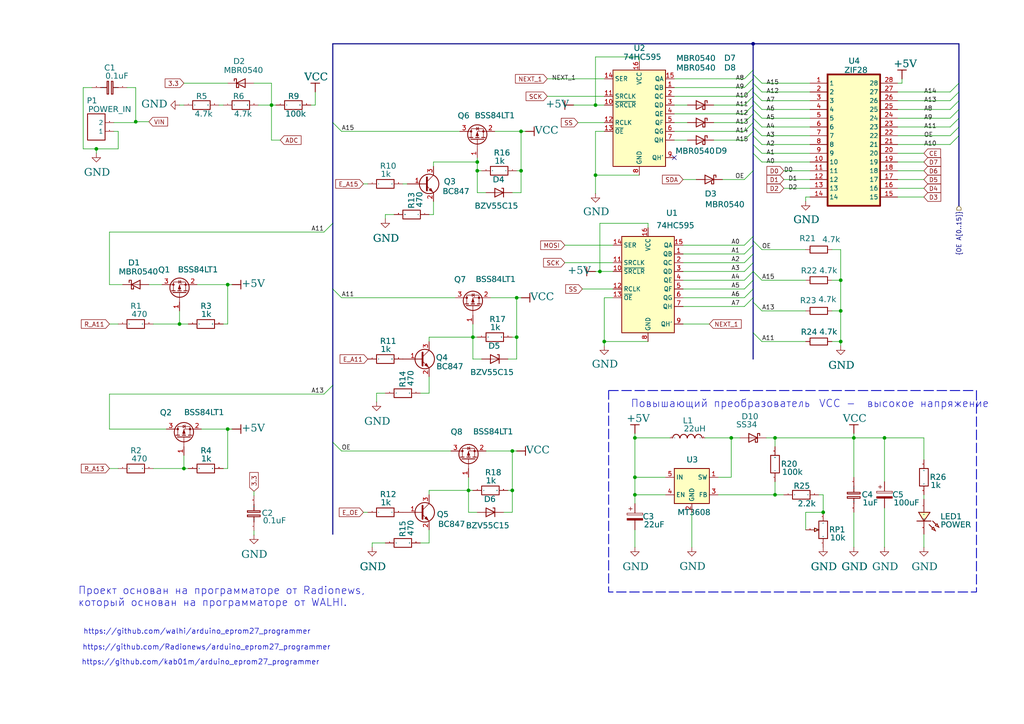
<source format=kicad_sch>
(kicad_sch (version 20231120) (generator "eeschema") (generator_version "8.0")
  (paper "A4")
  (title_block (title "EPROM27 Arduino programmer") (date "2024-03-21") (rev "3.0") (company "kab01m@github"))
  (lib_symbols
    (symbol "+5V" (power) (pin_numbers hide) (pin_names hide)
      (property "Value" "+5V" (at 0 3.81 0))
      (symbol "+5V_0_0"
        (pin power_in line (at 0 0 270) (length 0) (name "+5V") (number "1"))
      )
    )
    (symbol "74xx:74HC595"
      (property "Reference" "U" (at -7.62 13.97 0))
      (property "Value" "74HC595" (at -7.62 -16.51 0))
      (symbol "74HC595_1_0"
        (pin tri_state line (at 10.16 7.62 180) (length 2.54) (name "QB") (number "1"))
        (pin input line (at -10.16 2.54 0) (length 2.54) (name "~{SRCLR}") (number "10"))
        (pin input line (at -10.16 5.08 0) (length 2.54) (name "SRCLK") (number "11"))
        (pin input line (at -10.16 -2.54 0) (length 2.54) (name "RCLK") (number "12"))
        (pin input line (at -10.16 -5.08 0) (length 2.54) (name "~{OE}") (number "13"))
        (pin input line (at -10.16 10.16 0) (length 2.54) (name "SER") (number "14"))
        (pin tri_state line (at 10.16 10.16 180) (length 2.54) (name "QA") (number "15"))
        (pin power_in line (at 0 15.24 270) (length 2.54) (name "VCC") (number "16"))
        (pin tri_state line (at 10.16 5.08 180) (length 2.54) (name "QC") (number "2"))
        (pin tri_state line (at 10.16 2.54 180) (length 2.54) (name "QD") (number "3"))
        (pin tri_state line (at 10.16 0 180) (length 2.54) (name "QE") (number "4"))
        (pin tri_state line (at 10.16 -2.54 180) (length 2.54) (name "QF") (number "5"))
        (pin tri_state line (at 10.16 -5.08 180) (length 2.54) (name "QG") (number "6"))
        (pin tri_state line (at 10.16 -7.62 180) (length 2.54) (name "QH") (number "7"))
        (pin power_in line (at 0 -17.78 90) (length 2.54) (name "GND") (number "8"))
        (pin output line (at 10.16 -12.7 180) (length 2.54) (name "QH'") (number "9"))
      )
    )
    (symbol "CONN-TH_2P-P5.00"
      (property "Reference" "P1" (at -2.7178 8.4709 0))
      (property "Value" "POWER_IN" (at -2.4892 6.0071 0))
      (symbol "CONN-TH_2P-P5.00_0_0"
        (pin unspecified line (at 5.08 -1.27 180) (length 2.54) (name "1") (number "1"))
        (pin unspecified line (at 5.08 1.27 180) (length 2.54) (name "2") (number "2"))
      )
    )
    (symbol "C_0805_EU"
      (property "Reference" "C1" (at -1.4986 6.5659 0))
      (property "Value" "0.1u" (at -1.4986 4.2545 0))
      (symbol "C_0805_EU_0_0"
        (pin unspecified line (at 5.08 0 180) (length 2.54) (name "1") (number "1"))
        (pin unspecified line (at -5.08 0 0) (length 2.54) (name "2") (number "2"))
      )
    )
    (symbol "C_0805_EU_1"
      (property "Reference" "C2" (at 2.3114 0.8509 0))
      (property "Value" "0.1u" (at 2.3114 -1.2573 0))
      (symbol "C_0805_EU_1_0_0"
        (pin unspecified line (at 0 -5.08 90) (length 2.54) (name "1") (number "1"))
        (pin unspecified line (at 0 5.08 270) (length 2.54) (name "2") (number "2"))
      )
    )
    (symbol "C_RAD-0.1_EU"
      (property "Reference" "C4" (at 2.3368 0.8763 0))
      (property "Value" "1u" (at 2.3368 -1.4097 0))
      (symbol "C_RAD-0.1_EU_0_0"
        (pin unspecified line (at 0 -5.08 90) (length 2.54) (name "1") (number "1"))
        (pin unspecified line (at 0 5.08 270) (length 2.54) (name "2") (number "2"))
      )
    )
    (symbol "Device:C_Polarized" (pin_numbers hide) (pin_names (offset 0.254))
      (property "Reference" "C" (at 0.635 2.54 0))
      (property "Value" "C_Polarized" (at 0.635 -2.54 0))
      (symbol "C_Polarized_1_1"
        (pin passive line (at 0 3.81 270) (length 2.794) (name "~") (number "1"))
        (pin passive line (at 0 -3.81 90) (length 2.794) (name "~") (number "2"))
      )
    )
    (symbol "Device:R" (pin_numbers hide) (pin_names (offset 0))
      (property "Reference" "R" (at 2.032 0 90))
      (property "Value" "R" (at 0 0 90))
      (symbol "R_1_1"
        (pin passive line (at 0 3.81 270) (length 1.27) (name "~") (number "1"))
        (pin passive line (at 0 -3.81 90) (length 1.27) (name "~") (number "2"))
      )
    )
    (symbol "Diode:BZV55C15" (pin_numbers hide) (pin_names hide)
      (property "Reference" "D" (at 0 2.54 0))
      (property "Value" "BZV55C15" (at 0 -2.54 0))
      (symbol "BZV55C15_1_1"
        (pin passive line (at -3.81 0 0) (length 2.54) (name "K") (number "1"))
        (pin passive line (at 3.81 0 180) (length 2.54) (name "A") (number "2"))
      )
    )
    (symbol "Diode:MBR0540" (pin_numbers hide) (pin_names (offset 1.016) hide)
      (property "Reference" "D" (at 0 2.54 0))
      (property "Value" "MBR0540" (at 0 -2.54 0))
      (symbol "MBR0540_1_1"
        (pin passive line (at -3.81 0 0) (length 2.54) (name "K") (number "1"))
        (pin passive line (at 3.81 0 180) (length 2.54) (name "A") (number "2"))
      )
    )
    (symbol "Diode:SS34" (pin_numbers hide) (pin_names (offset 1.016) hide)
      (property "Reference" "D" (at 0 2.54 0))
      (property "Value" "SS34" (at 0 -2.54 0))
      (symbol "SS34_1_1"
        (pin passive line (at -3.81 0 0) (length 2.54) (name "K") (number "1"))
        (pin passive line (at 3.81 0 180) (length 2.54) (name "A") (number "2"))
      )
    )
    (symbol "L0603_US"
      (property "Reference" "L1" (at -1.2954 5.8293 0))
      (property "Value" "22u" (at -1.2954 3.5433 0))
      (symbol "L0603_US_0_0"
        (pin unspecified line (at -5.08 0 0) (length 0.762) (name "1") (number "1"))
        (pin unspecified line (at 5.08 0 180) (length 0.762) (name "2") (number "2"))
      )
    )
    (symbol "LED-0805_B"
      (property "Reference" "LED1" (at 4.826 0.8763 0))
      (property "Value" "POWER" (at 4.826 -1.4351 0))
      (symbol "LED-0805_B_0_0"
        (pin unspecified line (at 0 5.08 270) (length 3.81) (name "1") (number "1"))
        (pin unspecified line (at 0 -5.08 90) (length 3.81) (name "2") (number "2"))
      )
    )
    (symbol "R_0805_EU"
      (property "Reference" "R6" (at -2.2098 3.3909 0))
      (property "Value" "4.7k" (at -2.2098 -1.6637 0))
      (symbol "R_0805_EU_0_0"
        (pin unspecified line (at -5.08 0 0) (length 2.54) (name "1") (number "1"))
        (pin unspecified line (at 5.08 0 180) (length 2.54) (name "2") (number "2"))
      )
    )
    (symbol "R_0805_EU_1"
      (property "Reference" "R12" (at -1.4986 6.0325 0))
      (property "Value" "1k" (at -1.4986 3.7211 0))
      (symbol "R_0805_EU_1_0_0"
        (pin unspecified line (at -5.08 0 0) (length 2.54) (name "1") (number "1"))
        (pin unspecified line (at 5.08 0 180) (length 2.54) (name "2") (number "2"))
      )
    )
    (symbol "R_0805_EU_10"
      (property "Reference" "R3" (at -1.4986 6.0325 0))
      (property "Value" "1k" (at -1.4986 3.7211 0))
      (symbol "R_0805_EU_10_0_0"
        (pin unspecified line (at -5.08 0 0) (length 2.54) (name "1") (number "1"))
        (pin unspecified line (at 5.08 0 180) (length 2.54) (name "2") (number "2"))
      )
    )
    (symbol "R_0805_EU_11"
      (property "Reference" "R2" (at -1.4986 6.0325 0))
      (property "Value" "470" (at -1.4986 3.7211 0))
      (symbol "R_0805_EU_11_0_0"
        (pin unspecified line (at -5.08 0 0) (length 2.54) (name "1") (number "1"))
        (pin unspecified line (at 5.08 0 180) (length 2.54) (name "2") (number "2"))
      )
    )
    (symbol "R_0805_EU_12"
      (property "Reference" "R4" (at -1.4986 6.0325 0))
      (property "Value" "1k" (at -1.4986 3.7211 0))
      (symbol "R_0805_EU_12_0_0"
        (pin unspecified line (at -5.08 0 0) (length 2.54) (name "1") (number "1"))
        (pin unspecified line (at 5.08 0 180) (length 2.54) (name "2") (number "2"))
      )
    )
    (symbol "R_0805_EU_13"
      (property "Reference" "R18" (at -1.4986 6.0325 0))
      (property "Value" "1k" (at -1.4986 3.7211 0))
      (symbol "R_0805_EU_13_0_0"
        (pin unspecified line (at -5.08 0 0) (length 2.54) (name "1") (number "1"))
        (pin unspecified line (at 5.08 0 180) (length 2.54) (name "2") (number "2"))
      )
    )
    (symbol "R_0805_EU_14"
      (property "Reference" "R15" (at 1.778 0.8763 0))
      (property "Value" "470" (at 1.778 -1.4097 0))
      (symbol "R_0805_EU_14_0_0"
        (pin unspecified line (at 0 -5.08 90) (length 2.54) (name "1") (number "1"))
        (pin unspecified line (at 0 5.08 270) (length 2.54) (name "2") (number "2"))
      )
    )
    (symbol "R_0805_EU_15"
      (property "Reference" "R14" (at 1.778 0.8763 0))
      (property "Value" "470" (at 1.778 -1.4097 0))
      (symbol "R_0805_EU_15_0_0"
        (pin unspecified line (at 0 -5.08 90) (length 2.54) (name "1") (number "1"))
        (pin unspecified line (at 0 5.08 270) (length 2.54) (name "2") (number "2"))
      )
    )
    (symbol "R_0805_EU_16"
      (property "Reference" "R17" (at -1.4986 6.0325 0))
      (property "Value" "1k" (at -1.4986 3.7211 0))
      (symbol "R_0805_EU_16_0_0"
        (pin unspecified line (at -5.08 0 0) (length 2.54) (name "1") (number "1"))
        (pin unspecified line (at 5.08 0 180) (length 2.54) (name "2") (number "2"))
      )
    )
    (symbol "R_0805_EU_17"
      (property "Reference" "R13" (at 1.778 0.8763 0))
      (property "Value" "470" (at 1.778 -1.4097 0))
      (symbol "R_0805_EU_17_0_0"
        (pin unspecified line (at 0 -5.08 90) (length 2.54) (name "1") (number "1"))
        (pin unspecified line (at 0 5.08 270) (length 2.54) (name "2") (number "2"))
      )
    )
    (symbol "R_0805_EU_18"
      (property "Reference" "R16" (at -1.4986 6.0325 0))
      (property "Value" "1k" (at -1.4986 3.7211 0))
      (symbol "R_0805_EU_18_0_0"
        (pin unspecified line (at -5.08 0 0) (length 2.54) (name "1") (number "1"))
        (pin unspecified line (at 5.08 0 180) (length 2.54) (name "2") (number "2"))
      )
    )
    (symbol "R_0805_EU_19"
      (property "Reference" "R9" (at -1.4986 3.3909 0))
      (property "Value" "100k" (at -2.5908 -1.6637 0))
      (symbol "R_0805_EU_19_0_0"
        (pin unspecified line (at -5.08 0 0) (length 2.54) (name "1") (number "1"))
        (pin unspecified line (at 5.08 0 180) (length 2.54) (name "2") (number "2"))
      )
    )
    (symbol "R_0805_EU_2"
      (property "Reference" "R11" (at -1.4986 6.0325 0))
      (property "Value" "1k" (at -1.4986 3.7211 0))
      (symbol "R_0805_EU_2_0_0"
        (pin unspecified line (at -5.08 0 0) (length 2.54) (name "1") (number "1"))
        (pin unspecified line (at 5.08 0 180) (length 2.54) (name "2") (number "2"))
      )
    )
    (symbol "R_0805_EU_20"
      (property "Reference" "R5" (at -1.4986 3.3909 0))
      (property "Value" "4.7k" (at -2.2098 -1.6637 0))
      (symbol "R_0805_EU_20_0_0"
        (pin unspecified line (at -5.08 0 0) (length 2.54) (name "1") (number "1"))
        (pin unspecified line (at 5.08 0 180) (length 2.54) (name "2") (number "2"))
      )
    )
    (symbol "R_0805_EU_3"
      (property "Reference" "R10" (at -1.4986 6.0325 0))
      (property "Value" "1k" (at -1.4986 3.7211 0))
      (symbol "R_0805_EU_3_0_0"
        (pin unspecified line (at -5.08 0 0) (length 2.54) (name "1") (number "1"))
        (pin unspecified line (at 5.08 0 180) (length 2.54) (name "2") (number "2"))
      )
    )
    (symbol "R_0805_EU_4"
      (property "Reference" "R26" (at 1.778 0.8763 0))
      (property "Value" "1k" (at 1.778 -1.4351 0))
      (symbol "R_0805_EU_4_0_0"
        (pin unspecified line (at 0 -5.08 90) (length 2.54) (name "1") (number "1"))
        (pin unspecified line (at 0 5.08 270) (length 2.54) (name "2") (number "2"))
      )
    )
    (symbol "R_0805_EU_9"
      (property "Reference" "R1" (at -1.4986 6.0325 0))
      (property "Value" "470" (at -1.4986 3.7211 0))
      (symbol "R_0805_EU_9_0_0"
        (pin unspecified line (at -5.08 0 0) (length 2.54) (name "1") (number "1"))
        (pin unspecified line (at 5.08 0 180) (length 2.54) (name "2") (number "2"))
      )
    )
    (symbol "R_3386P_EU"
      (property "Reference" "RP1" (at 1.778 0.8763 0))
      (property "Value" "10k" (at 1.778 -1.4097 0))
      (symbol "R_3386P_EU_0_0"
        (pin input line (at 0 -5.08 90) (length 2.54) (name "1") (number "1"))
        (pin input line (at -5.08 0 0) (length 2.54) (name "2") (number "2"))
        (pin input line (at 0 5.08 270) (length 2.54) (name "3") (number "3"))
      )
    )
    (symbol "R_AXIAL-0.3_EU_2"
      (property "Reference" "R25" (at -2.159 3.3909 0))
      (property "Value" "2.2k" (at -1.27 -1.6637 0))
      (symbol "R_AXIAL-0.3_EU_2_0_0"
        (pin unspecified line (at -5.08 0 0) (length 2.54) (name "1") (number "1"))
        (pin unspecified line (at 5.08 0 180) (length 2.54) (name "2") (number "2"))
      )
    )
    (symbol "R_AXIAL-0.3_EU_3"
      (property "Reference" "R20" (at 1.778 0.8763 0))
      (property "Value" "100k" (at 1.778 -1.4097 0))
      (symbol "R_AXIAL-0.3_EU_3_0_0"
        (pin unspecified line (at 0 -5.08 90) (length 2.54) (name "1") (number "1"))
        (pin unspecified line (at 0 5.08 270) (length 2.54) (name "2") (number "2"))
      )
    )
    (symbol "Regulator_Switching:MT3608"
      (property "Reference" "U" (at -2.54 8.89 0))
      (property "Value" "MT3608" (at -3.81 6.35 0))
      (symbol "MT3608_1_1"
        (pin passive line (at 7.62 2.54 180) (length 2.54) (name "SW") (number "1"))
        (pin power_in line (at 0 -7.62 90) (length 2.54) (name "GND") (number "2"))
        (pin input line (at 7.62 -2.54 180) (length 2.54) (name "FB") (number "3"))
        (pin input line (at -7.62 -2.54 0) (length 2.54) (name "EN") (number "4"))
        (pin power_in line (at -7.62 2.54 0) (length 2.54) (name "IN") (number "5"))
        (pin no_connect line (at 5.08 0 180) (length 2.54) hide (name "NC") (number "6"))
      )
    )
    (symbol "Transistor_BJT:BC847" (pin_names (offset 0) hide)
      (property "Reference" "Q" (at 5.08 1.905 0))
      (property "Value" "BC847" (at 5.08 0 0))
      (symbol "BC847_1_1"
        (pin input line (at -5.08 0 0) (length 5.715) (name "B") (number "1"))
        (pin passive line (at 2.54 -5.08 90) (length 2.54) (name "E") (number "2"))
        (pin passive line (at 2.54 5.08 270) (length 2.54) (name "C") (number "3"))
      )
    )
    (symbol "Transistor_FET:BSS84" (pin_names hide)
      (property "Reference" "Q" (at 5.08 1.905 0))
      (property "Value" "BSS84" (at 5.08 0 0))
      (symbol "BSS84_1_1"
        (pin input line (at -5.08 0 0) (length 2.54) (name "G") (number "1"))
        (pin passive line (at 2.54 -5.08 90) (length 2.54) (name "S") (number "2"))
        (pin passive line (at 2.54 5.08 270) (length 2.54) (name "D") (number "3"))
      )
    )
    (symbol "VCC" (power) (pin_numbers hide) (pin_names hide)
      (property "Value" "VCC" (at 0 3.81 0))
      (symbol "VCC_0_0"
        (pin power_in line (at 0 0 270) (length 0) (name "VCC") (number "1"))
      )
    )
    (symbol "ZIF28"
      (property "Reference" "U4" (at -1.4986 22.5171 0))
      (property "Value" "ZIF28" (at -3.0734 19.9009 0))
      (symbol "ZIF28_0_0"
        (pin unspecified line (at -12.7 15.24 0) (length 5.08) (name "1") (number "1"))
        (pin unspecified line (at -12.7 -7.62 0) (length 5.08) (name "10") (number "10"))
        (pin unspecified line (at -12.7 -10.16 0) (length 5.08) (name "11") (number "11"))
        (pin unspecified line (at -12.7 -12.7 0) (length 5.08) (name "12") (number "12"))
        (pin unspecified line (at -12.7 -15.24 0) (length 5.08) (name "13") (number "13"))
        (pin unspecified line (at -12.7 -17.78 0) (length 5.08) (name "14") (number "14"))
        (pin unspecified line (at 12.7 -17.78 180) (length 5.08) (name "15") (number "15"))
        (pin unspecified line (at 12.7 -15.24 180) (length 5.08) (name "16") (number "16"))
        (pin unspecified line (at 12.7 -12.7 180) (length 5.08) (name "17") (number "17"))
        (pin unspecified line (at 12.7 -10.16 180) (length 5.08) (name "18") (number "18"))
        (pin unspecified line (at 12.7 -7.62 180) (length 5.08) (name "19") (number "19"))
        (pin unspecified line (at -12.7 12.7 0) (length 5.08) (name "2") (number "2"))
        (pin unspecified line (at 12.7 -5.08 180) (length 5.08) (name "20") (number "20"))
        (pin unspecified line (at 12.7 -2.54 180) (length 5.08) (name "21") (number "21"))
        (pin unspecified line (at 12.7 0 180) (length 5.08) (name "22") (number "22"))
        (pin unspecified line (at 12.7 2.54 180) (length 5.08) (name "23") (number "23"))
        (pin unspecified line (at 12.7 5.08 180) (length 5.08) (name "24") (number "24"))
        (pin unspecified line (at 12.7 7.62 180) (length 5.08) (name "25") (number "25"))
        (pin unspecified line (at 12.7 10.16 180) (length 5.08) (name "26") (number "26"))
        (pin unspecified line (at 12.7 12.7 180) (length 5.08) (name "27") (number "27"))
        (pin unspecified line (at 12.7 15.24 180) (length 5.08) (name "28") (number "28"))
        (pin unspecified line (at -12.7 10.16 0) (length 5.08) (name "3") (number "3"))
        (pin unspecified line (at -12.7 7.62 0) (length 5.08) (name "4") (number "4"))
        (pin unspecified line (at -12.7 5.08 0) (length 5.08) (name "5") (number "5"))
        (pin unspecified line (at -12.7 2.54 0) (length 5.08) (name "6") (number "6"))
        (pin unspecified line (at -12.7 0 0) (length 5.08) (name "7") (number "7"))
        (pin unspecified line (at -12.7 -2.54 0) (length 5.08) (name "8") (number "8"))
        (pin unspecified line (at -12.7 -5.08 0) (length 5.08) (name "9") (number "9"))
      )
    )
    (symbol "power:GND" (power) (pin_numbers hide) (pin_names (offset 0) hide)
      (property "Value" "GND" (at 0 -3.81 0))
      (symbol "GND_1_1"
        (pin power_in line (at 0 0 270) (length 0) (name "~") (number "1"))
      )
    )
  )
  (junction (at 78.74 30.48))
  (junction (at 148.59 130.81))
  (junction (at 218.44 12.7))
  (junction (at 52.07 93.98))
  (junction (at 39.37 35.306))
  (junction (at 138.43 46.99))
  (junction (at 184.15 127))
  (junction (at 212.09 127))
  (junction (at 238.76 148.59))
  (junction (at 243.84 90.17))
  (junction (at 243.84 99.06))
  (junction (at 135.89 142.24))
  (junction (at 224.79 127))
  (junction (at 172.72 30.48))
  (junction (at 184.15 138.43))
  (junction (at 175.26 99.06))
  (junction (at 173.99 78.74))
  (junction (at 184.15 143.51))
  (junction (at 224.79 143.51))
  (junction (at 149.86 86.36))
  (junction (at 148.59 142.24))
  (junction (at 66.04 82.55))
  (junction (at 151.13 49.53))
  (junction (at 256.54 127))
  (junction (at 151.13 38.1))
  (junction (at 53.34 135.89))
  (junction (at 149.86 97.79))
  (junction (at 247.65 127))
  (junction (at 137.16 97.79))
  (junction (at 66.04 124.46))
  (junction (at 27.94 43.18))
  (junction (at 172.72 50.8))
  (junction (at 138.43 49.53))
  (junction (at 243.84 81.28))
  (no_connect (at 195.58 45.72))
  (bus_entry (at 275.59 41.91) (size 2.54 -2.54))
  (bus_entry (at 218.44 34.29) (size 2.54 2.54))
  (bus_entry (at 275.59 39.37) (size 2.54 -2.54))
  (bus_entry (at 215.9 30.48) (size 2.54 -2.54))
  (bus_entry (at 218.44 31.75) (size 2.54 2.54))
  (bus_entry (at 215.9 71.12) (size 2.54 -2.54))
  (bus_entry (at 215.9 33.02) (size 2.54 -2.54))
  (bus_entry (at 275.59 26.67) (size 2.54 -2.54))
  (bus_entry (at 275.59 36.83) (size 2.54 -2.54))
  (bus_entry (at 218.44 69.85) (size 2.54 2.54))
  (bus_entry (at 215.9 52.07) (size 2.54 -2.54))
  (bus_entry (at 215.9 88.9) (size 2.54 -2.54))
  (bus_entry (at 215.9 27.94) (size 2.54 -2.54))
  (bus_entry (at 215.9 76.2) (size 2.54 -2.54))
  (bus_entry (at 215.9 22.86) (size 2.54 -2.54))
  (bus_entry (at 96.52 128.27) (size 2.54 2.54))
  (bus_entry (at 218.44 26.67) (size 2.54 2.54))
  (bus_entry (at 218.44 29.21) (size 2.54 2.54))
  (bus_entry (at 218.44 44.45) (size 2.54 2.54))
  (bus_entry (at 93.98 67.31) (size 2.54 -2.54))
  (bus_entry (at 215.9 81.28) (size 2.54 -2.54))
  (bus_entry (at 215.9 40.64) (size 2.54 -2.54))
  (bus_entry (at 220.98 90.17) (size -2.54 -2.54))
  (bus_entry (at 215.9 83.82) (size 2.54 -2.54))
  (bus_entry (at 275.59 31.75) (size 2.54 -2.54))
  (bus_entry (at 218.44 96.52) (size 2.54 2.54))
  (bus_entry (at 218.44 39.37) (size 2.54 2.54))
  (bus_entry (at 275.59 29.21) (size 2.54 -2.54))
  (bus_entry (at 218.44 36.83) (size 2.54 2.54))
  (bus_entry (at 96.52 35.56) (size 2.54 2.54))
  (bus_entry (at 218.44 24.13) (size 2.54 2.54))
  (bus_entry (at 218.44 21.59) (size 2.54 2.54))
  (bus_entry (at 96.52 83.82) (size 2.54 2.54))
  (bus_entry (at 275.59 34.29) (size 2.54 -2.54))
  (bus_entry (at 215.9 78.74) (size 2.54 -2.54))
  (bus_entry (at 215.9 35.56) (size 2.54 -2.54))
  (bus_entry (at 215.9 86.36) (size 2.54 -2.54))
  (bus_entry (at 215.9 25.4) (size 2.54 -2.54))
  (bus_entry (at 215.9 73.66) (size 2.54 -2.54))
  (bus_entry (at 93.98 114.3) (size 2.54 -2.54))
  (bus_entry (at 220.98 81.28) (size -2.54 -2.54))
  (bus_entry (at 215.9 38.1) (size 2.54 -2.54))
  (bus_entry (at 218.44 41.91) (size 2.54 2.54))
  (wire (pts (xy 247.65 127) (xy 247.65 125.73)))
  (wire (pts (xy 175.26 86.36) (xy 175.26 99.06)))
  (wire (pts (xy 212.09 127) (xy 212.09 138.43)))
  (wire (pts (xy 135.89 148.59) (xy 135.89 142.24)))
  (wire (pts (xy 243.84 99.06) (xy 243.84 100.33)))
  (bus (pts (xy 278.13 36.83) (xy 278.13 39.37)))
  (wire (pts (xy 53.34 24.13) (xy 66.04 24.13)))
  (wire (pts (xy 148.59 55.88) (xy 151.13 55.88)))
  (wire (pts (xy 184.15 125.73) (xy 184.15 127)))
  (wire (pts (xy 31.75 135.89) (xy 34.29 135.89)))
  (bus (pts (xy 278.13 34.29) (xy 278.13 36.83)))
  (wire (pts (xy 187.96 64.77) (xy 187.96 66.04)))
  (bus (pts (xy 218.44 30.48) (xy 218.44 31.75)))
  (wire (pts (xy 175.26 38.1) (xy 172.72 38.1)))
  (wire (pts (xy 124.46 97.79) (xy 137.16 97.79)))
  (wire (pts (xy 135.89 138.43) (xy 135.89 142.24)))
  (wire (pts (xy 124.46 62.23) (xy 125.73 62.23)))
  (wire (pts (xy 212.09 127) (xy 214.63 127)))
  (bus (pts (xy 218.44 12.7) (xy 218.44 20.32)))
  (wire (pts (xy 195.58 40.64) (xy 199.39 40.64)))
  (wire (pts (xy 260.35 31.75) (xy 275.59 31.75)))
  (wire (pts (xy 121.92 157.48) (xy 124.46 157.48)))
  (wire (pts (xy 260.35 41.91) (xy 275.59 41.91)))
  (bus (pts (xy 218.44 87.63) (xy 218.44 96.52)))
  (wire (pts (xy 195.58 22.86) (xy 215.9 22.86)))
  (wire (pts (xy 233.68 148.59) (xy 238.76 148.59)))
  (bus (pts (xy 218.44 29.21) (xy 218.44 30.48)))
  (wire (pts (xy 124.46 99.06) (xy 124.46 97.79)))
  (wire (pts (xy 53.34 132.08) (xy 53.34 135.89)))
  (bus (pts (xy 96.52 35.56) (xy 96.52 64.77)))
  (wire (pts (xy 125.73 46.99) (xy 138.43 46.99)))
  (bus (pts (xy 278.13 39.37) (xy 278.13 59.69)))
  (wire (pts (xy 184.15 153.67) (xy 184.15 158.75)))
  (wire (pts (xy 52.07 30.48) (xy 53.34 30.48)))
  (wire (pts (xy 208.28 138.43) (xy 212.09 138.43)))
  (bus (pts (xy 218.44 76.2) (xy 218.44 78.74)))
  (wire (pts (xy 227.33 54.61) (xy 234.95 54.61)))
  (wire (pts (xy 260.35 44.45) (xy 267.97 44.45)))
  (wire (pts (xy 163.83 76.2) (xy 177.8 76.2)))
  (wire (pts (xy 234.95 26.67) (xy 220.98 26.67)))
  (wire (pts (xy 147.32 142.24) (xy 148.59 142.24)))
  (bus (pts (xy 218.44 81.28) (xy 218.44 83.82)))
  (wire (pts (xy 195.58 33.02) (xy 215.9 33.02)))
  (wire (pts (xy 149.86 130.81) (xy 148.59 130.81)))
  (wire (pts (xy 135.89 148.59) (xy 138.43 148.59)))
  (wire (pts (xy 198.12 88.9) (xy 215.9 88.9)))
  (wire (pts (xy 31.75 124.46) (xy 48.26 124.46)))
  (bus (pts (xy 218.44 86.36) (xy 218.44 87.63)))
  (wire (pts (xy 260.35 46.99) (xy 267.97 46.99)))
  (wire (pts (xy 73.66 153.924) (xy 73.66 155.194)))
  (wire (pts (xy 175.26 99.06) (xy 187.96 99.06)))
  (wire (pts (xy 227.33 49.53) (xy 234.95 49.53)))
  (wire (pts (xy 172.72 30.48) (xy 175.26 30.48)))
  (wire (pts (xy 33.02 38.1) (xy 34.29 38.1)))
  (wire (pts (xy 148.59 148.59) (xy 148.59 142.24)))
  (wire (pts (xy 207.01 35.56) (xy 215.9 35.56)))
  (wire (pts (xy 238.76 143.51) (xy 238.76 148.59)))
  (wire (pts (xy 220.98 44.45) (xy 234.95 44.45)))
  (bus (pts (xy 218.44 12.7) (xy 278.13 12.7)))
  (wire (pts (xy 138.43 46.99) (xy 138.43 49.53)))
  (wire (pts (xy 209.55 52.07) (xy 215.9 52.07)))
  (wire (pts (xy 243.84 72.39) (xy 243.84 81.28)))
  (wire (pts (xy 267.97 144.78) (xy 267.97 143.51)))
  (wire (pts (xy 195.58 30.48) (xy 199.39 30.48)))
  (wire (pts (xy 195.58 35.56) (xy 199.39 35.56)))
  (wire (pts (xy 43.18 82.55) (xy 46.99 82.55)))
  (wire (pts (xy 78.74 30.48) (xy 80.01 30.48)))
  (bus (pts (xy 218.44 44.45) (xy 218.44 49.53)))
  (wire (pts (xy 67.31 124.46) (xy 66.04 124.46)))
  (bus (pts (xy 96.52 12.7) (xy 96.52 35.56)))
  (wire (pts (xy 36.83 25.4) (xy 39.37 25.4)))
  (bus (pts (xy 218.44 83.82) (xy 218.44 86.36)))
  (wire (pts (xy 222.25 127) (xy 224.79 127)))
  (wire (pts (xy 99.06 38.1) (xy 133.35 38.1)))
  (wire (pts (xy 256.54 127) (xy 256.54 139.7)))
  (wire (pts (xy 184.15 143.51) (xy 193.04 143.51)))
  (wire (pts (xy 78.74 30.48) (xy 78.74 40.64)))
  (wire (pts (xy 260.35 39.37) (xy 275.59 39.37)))
  (wire (pts (xy 158.75 27.94) (xy 175.26 27.94)))
  (bus (pts (xy 218.44 96.52) (xy 218.44 104.14)))
  (wire (pts (xy 241.3 90.17) (xy 243.84 90.17)))
  (wire (pts (xy 198.12 86.36) (xy 215.9 86.36)))
  (bus (pts (xy 96.52 128.27) (xy 96.52 154.94)))
  (wire (pts (xy 175.26 99.06) (xy 175.26 100.33)))
  (bus (pts (xy 218.44 41.91) (xy 218.44 44.45)))
  (wire (pts (xy 198.12 76.2) (xy 215.9 76.2)))
  (wire (pts (xy 146.05 148.59) (xy 148.59 148.59)))
  (wire (pts (xy 151.13 38.1) (xy 151.13 49.53)))
  (wire (pts (xy 260.35 24.13) (xy 261.62 24.13)))
  (wire (pts (xy 53.34 135.89) (xy 54.61 135.89)))
  (wire (pts (xy 260.35 54.61) (xy 267.97 54.61)))
  (wire (pts (xy 234.95 46.99) (xy 220.98 46.99)))
  (bus (pts (xy 278.13 26.67) (xy 278.13 29.21)))
  (bus (pts (xy 218.44 78.74) (xy 218.44 81.28)))
  (wire (pts (xy 234.95 31.75) (xy 220.98 31.75)))
  (wire (pts (xy 198.12 78.74) (xy 215.9 78.74)))
  (wire (pts (xy 138.43 55.88) (xy 138.43 49.53)))
  (bus (pts (xy 278.13 12.7) (xy 278.13 24.13)))
  (wire (pts (xy 24.13 25.4) (xy 24.13 43.18)))
  (wire (pts (xy 31.75 82.55) (xy 31.75 67.31)))
  (wire (pts (xy 220.98 99.06) (xy 233.68 99.06)))
  (wire (pts (xy 195.58 25.4) (xy 215.9 25.4)))
  (wire (pts (xy 220.98 29.21) (xy 234.95 29.21)))
  (wire (pts (xy 256.54 127) (xy 247.65 127)))
  (bus (pts (xy 218.44 39.37) (xy 218.44 41.91)))
  (wire (pts (xy 260.35 52.07) (xy 267.97 52.07)))
  (wire (pts (xy 195.58 27.94) (xy 215.9 27.94)))
  (wire (pts (xy 207.01 40.64) (xy 215.9 40.64)))
  (wire (pts (xy 168.91 83.82) (xy 177.8 83.82)))
  (wire (pts (xy 24.13 43.18) (xy 27.94 43.18)))
  (wire (pts (xy 124.46 109.22) (xy 124.46 114.046)))
  (bus (pts (xy 218.44 12.7) (xy 96.52 12.7)))
  (wire (pts (xy 208.28 143.51) (xy 224.79 143.51)))
  (wire (pts (xy 137.16 104.14) (xy 139.7 104.14)))
  (wire (pts (xy 184.15 138.43) (xy 193.04 138.43)))
  (bus (pts (xy 278.13 24.13) (xy 278.13 26.67)))
  (wire (pts (xy 198.12 73.66) (xy 215.9 73.66)))
  (wire (pts (xy 57.15 82.55) (xy 66.04 82.55)))
  (wire (pts (xy 31.75 114.3) (xy 93.98 114.3)))
  (wire (pts (xy 172.72 16.51) (xy 172.72 30.48)))
  (wire (pts (xy 184.15 143.51) (xy 184.15 146.05)))
  (wire (pts (xy 261.62 24.13) (xy 261.62 22.86)))
  (wire (pts (xy 106.68 53.34) (xy 105.41 53.34)))
  (wire (pts (xy 198.12 81.28) (xy 215.9 81.28)))
  (wire (pts (xy 224.79 127) (xy 247.65 127)))
  (wire (pts (xy 234.95 41.91) (xy 220.98 41.91)))
  (wire (pts (xy 27.94 43.18) (xy 34.29 43.18)))
  (wire (pts (xy 227.33 52.07) (xy 234.95 52.07)))
  (wire (pts (xy 198.12 52.07) (xy 201.93 52.07)))
  (wire (pts (xy 124.46 153.67) (xy 124.46 157.48)))
  (wire (pts (xy 247.65 148.59) (xy 247.65 158.75)))
  (wire (pts (xy 151.13 55.88) (xy 151.13 49.53)))
  (wire (pts (xy 220.98 24.13) (xy 234.95 24.13)))
  (wire (pts (xy 125.73 58.42) (xy 125.73 62.23)))
  (wire (pts (xy 135.89 142.24) (xy 137.16 142.24)))
  (wire (pts (xy 172.72 50.8) (xy 185.42 50.8)))
  (wire (pts (xy 124.46 142.24) (xy 135.89 142.24)))
  (wire (pts (xy 99.06 86.36) (xy 132.08 86.36)))
  (wire (pts (xy 198.12 83.82) (xy 215.9 83.82)))
  (wire (pts (xy 143.51 38.1) (xy 151.13 38.1)))
  (bus (pts (xy 218.44 34.29) (xy 218.44 35.56)))
  (wire (pts (xy 31.75 67.31) (xy 93.98 67.31)))
  (wire (pts (xy 247.65 138.43) (xy 247.65 127)))
  (wire (pts (xy 172.72 78.74) (xy 173.99 78.74)))
  (bus (pts (xy 218.44 73.66) (xy 218.44 76.2)))
  (wire (pts (xy 256.54 147.32) (xy 256.54 158.75)))
  (wire (pts (xy 151.13 49.53) (xy 149.86 49.53)))
  (bus (pts (xy 218.44 27.94) (xy 218.44 29.21)))
  (bus (pts (xy 218.44 68.58) (xy 218.44 69.85)))
  (wire (pts (xy 27.94 44.45) (xy 27.94 43.18)))
  (wire (pts (xy 139.7 49.53) (xy 138.43 49.53)))
  (wire (pts (xy 78.74 24.13) (xy 78.74 30.48)))
  (wire (pts (xy 74.93 30.48) (xy 78.74 30.48)))
  (wire (pts (xy 137.16 93.98) (xy 137.16 97.79)))
  (wire (pts (xy 198.12 93.98) (xy 205.74 93.98)))
  (bus (pts (xy 218.44 21.59) (xy 218.44 22.86)))
  (wire (pts (xy 107.95 158.75) (xy 107.95 157.48)))
  (wire (pts (xy 107.95 157.48) (xy 111.76 157.48)))
  (wire (pts (xy 64.77 135.89) (xy 66.04 135.89)))
  (wire (pts (xy 66.04 93.98) (xy 64.77 93.98)))
  (wire (pts (xy 137.16 104.14) (xy 137.16 97.79)))
  (wire (pts (xy 184.15 127) (xy 184.15 138.43)))
  (wire (pts (xy 163.83 71.12) (xy 177.8 71.12)))
  (wire (pts (xy 260.35 57.15) (xy 267.97 57.15)))
  (wire (pts (xy 158.75 22.86) (xy 175.26 22.86)))
  (bus (pts (xy 96.52 111.76) (xy 96.52 128.27)))
  (wire (pts (xy 73.66 24.13) (xy 78.74 24.13)))
  (wire (pts (xy 148.59 142.24) (xy 148.59 130.81)))
  (wire (pts (xy 173.99 64.77) (xy 173.99 78.74)))
  (wire (pts (xy 200.66 148.59) (xy 200.66 158.75)))
  (wire (pts (xy 224.79 143.51) (xy 227.33 143.51)))
  (wire (pts (xy 73.66 142.494) (xy 73.66 143.764)))
  (wire (pts (xy 52.07 90.17) (xy 52.07 93.98)))
  (bus (pts (xy 218.44 36.83) (xy 218.44 38.1)))
  (wire (pts (xy 177.8 86.36) (xy 175.26 86.36)))
  (bus (pts (xy 218.44 24.13) (xy 218.44 25.4)))
  (wire (pts (xy 63.5 30.48) (xy 64.77 30.48)))
  (bus (pts (xy 218.44 25.4) (xy 218.44 26.67)))
  (wire (pts (xy 243.84 90.17) (xy 243.84 99.06)))
  (bus (pts (xy 278.13 31.75) (xy 278.13 34.29)))
  (wire (pts (xy 220.98 34.29) (xy 234.95 34.29)))
  (wire (pts (xy 234.95 36.83) (xy 220.98 36.83)))
  (wire (pts (xy 224.79 129.54) (xy 224.79 127)))
  (bus (pts (xy 218.44 71.12) (xy 218.44 73.66)))
  (wire (pts (xy 138.43 45.72) (xy 138.43 46.99)))
  (wire (pts (xy 241.3 99.06) (xy 243.84 99.06)))
  (wire (pts (xy 184.15 138.43) (xy 184.15 143.51)))
  (wire (pts (xy 198.12 71.12) (xy 215.9 71.12)))
  (wire (pts (xy 207.01 30.48) (xy 215.9 30.48)))
  (bus (pts (xy 218.44 69.85) (xy 218.44 71.12)))
  (wire (pts (xy 31.75 124.46) (xy 31.75 114.3)))
  (wire (pts (xy 237.49 143.51) (xy 238.76 143.51)))
  (wire (pts (xy 195.58 38.1) (xy 215.9 38.1)))
  (wire (pts (xy 220.98 72.39) (xy 233.68 72.39)))
  (wire (pts (xy 267.97 133.35) (xy 267.97 127)))
  (wire (pts (xy 149.86 86.36) (xy 149.86 97.79)))
  (bus (pts (xy 278.13 29.21) (xy 278.13 31.75)))
  (wire (pts (xy 31.75 82.55) (xy 35.56 82.55)))
  (wire (pts (xy 121.92 114.046) (xy 124.46 114.046)))
  (bus (pts (xy 96.52 64.77) (xy 96.52 83.82)))
  (wire (pts (xy 167.64 35.56) (xy 175.26 35.56)))
  (wire (pts (xy 91.44 30.48) (xy 91.44 26.67)))
  (bus (pts (xy 96.52 83.82) (xy 96.52 111.76)))
  (wire (pts (xy 66.04 82.55) (xy 66.04 93.98)))
  (wire (pts (xy 233.68 153.67) (xy 233.68 148.59)))
  (wire (pts (xy 151.13 86.36) (xy 149.86 86.36)))
  (bus (pts (xy 218.44 31.75) (xy 218.44 33.02)))
  (bus (pts (xy 218.44 49.53) (xy 218.44 68.58)))
  (wire (pts (xy 149.86 97.79) (xy 148.59 97.79)))
  (wire (pts (xy 260.35 26.67) (xy 275.59 26.67)))
  (wire (pts (xy 116.84 53.34) (xy 118.11 53.34)))
  (wire (pts (xy 149.86 104.14) (xy 149.86 97.79)))
  (wire (pts (xy 152.4 38.1) (xy 151.13 38.1)))
  (wire (pts (xy 204.47 127) (xy 212.09 127)))
  (wire (pts (xy 44.45 135.89) (xy 53.34 135.89)))
  (wire (pts (xy 67.31 82.55) (xy 66.04 82.55)))
  (wire (pts (xy 58.42 124.46) (xy 66.04 124.46)))
  (wire (pts (xy 233.68 57.15) (xy 234.95 57.15)))
  (wire (pts (xy 99.06 130.81) (xy 130.81 130.81)))
  (bus (pts (xy 218.44 20.32) (xy 218.44 21.59)))
  (wire (pts (xy 52.07 93.98) (xy 54.61 93.98)))
  (wire (pts (xy 260.35 49.53) (xy 267.97 49.53)))
  (wire (pts (xy 39.37 25.4) (xy 39.37 35.306)))
  (wire (pts (xy 267.97 127) (xy 256.54 127)))
  (wire (pts (xy 173.99 64.77) (xy 187.96 64.77)))
  (wire (pts (xy 194.31 127) (xy 184.15 127)))
  (wire (pts (xy 26.67 25.4) (xy 24.13 25.4)))
  (wire (pts (xy 138.43 55.88) (xy 140.97 55.88)))
  (wire (pts (xy 241.3 81.28) (xy 243.84 81.28)))
  (wire (pts (xy 185.42 16.51) (xy 185.42 17.78)))
  (wire (pts (xy 243.84 81.28) (xy 243.84 90.17)))
  (wire (pts (xy 109.22 116.586) (xy 109.22 114.046)))
  (wire (pts (xy 105.41 148.59) (xy 106.68 148.59)))
  (wire (pts (xy 142.24 86.36) (xy 149.86 86.36)))
  (wire (pts (xy 260.35 36.83) (xy 275.59 36.83)))
  (wire (pts (xy 166.37 30.48) (xy 172.72 30.48)))
  (wire (pts (xy 34.29 38.1) (xy 34.29 43.18)))
  (wire (pts (xy 39.37 35.306) (xy 39.37 35.56)))
  (wire (pts (xy 44.45 93.98) (xy 52.07 93.98)))
  (wire (pts (xy 173.99 78.74) (xy 177.8 78.74)))
  (wire (pts (xy 66.04 135.89) (xy 66.04 124.46)))
  (bus (pts (xy 218.44 33.02) (xy 218.44 34.29)))
  (bus (pts (xy 218.44 22.86) (xy 218.44 24.13)))
  (wire (pts (xy 90.17 30.48) (xy 91.44 30.48)))
  (wire (pts (xy 39.37 35.56) (xy 33.02 35.56)))
  (bus (pts (xy 218.44 26.67) (xy 218.44 27.94)))
  (wire (pts (xy 78.74 40.64) (xy 81.28 40.64)))
  (wire (pts (xy 220.98 90.17) (xy 233.68 90.17)))
  (wire (pts (xy 125.73 48.26) (xy 125.73 46.99)))
  (wire (pts (xy 220.98 39.37) (xy 234.95 39.37)))
  (wire (pts (xy 267.97 154.94) (xy 267.97 158.75)))
  (wire (pts (xy 260.35 29.21) (xy 275.59 29.21)))
  (bus (pts (xy 218.44 38.1) (xy 218.44 39.37)))
  (wire (pts (xy 260.35 34.29) (xy 275.59 34.29)))
  (wire (pts (xy 124.46 143.51) (xy 124.46 142.24)))
  (wire (pts (xy 114.3 62.23) (xy 111.76 62.23)))
  (wire (pts (xy 109.22 114.046) (xy 111.76 114.046)))
  (bus (pts (xy 218.44 35.56) (xy 218.44 36.83)))
  (wire (pts (xy 172.72 16.51) (xy 185.42 16.51)))
  (wire (pts (xy 39.37 35.306) (xy 43.18 35.306)))
  (wire (pts (xy 137.16 97.79) (xy 138.43 97.79)))
  (wire (pts (xy 31.75 93.98) (xy 34.29 93.98)))
  (wire (pts (xy 172.72 38.1) (xy 172.72 50.8)))
  (wire (pts (xy 241.3 72.39) (xy 243.84 72.39)))
  (wire (pts (xy 147.32 104.14) (xy 149.86 104.14)))
  (wire (pts (xy 220.98 81.28) (xy 233.68 81.28)))
  (wire (pts (xy 233.68 58.42) (xy 233.68 57.15)))
  (wire (pts (xy 111.76 62.23) (xy 111.76 63.5)))
  (wire (pts (xy 224.79 143.51) (xy 224.79 139.7)))
  (wire (pts (xy 172.72 50.8) (xy 172.72 56.134)))
  (wire (pts (xy 140.97 130.81) (xy 148.59 130.81)))
  (rectangle (start 176.53 113.284) (end 283.21 171.704) (stroke (width 0.254) (type dash)))
  (text "https://github.com/walhi/arduino_eprom27_programmer" (at 24.13 182.372 0) (effects (font (size 1.524 1.524)) (justify left top)))
  (text "Проект основан на программаторе от Radionews, \nкоторый основан на программаторе от WALHI." (at 22.606 170.18 0) (effects (font (size 2.159 2.159)) (justify left top)))
  (text "VCC -  высокое напряжение" (at 237.49 115.9383 0) (effects (font (size 2.1717 2.1717)) (justify left top)))
  (text "Повышающий преобразователь" (at 182.88 115.9383 0) (effects (font (size 2.1717 2.1717)) (justify left top)))
  (text "https://github.com/Radionews/arduino_eprom27_programmer" (at 23.876 186.944 0) (effects (font (size 1.524 1.524)) (justify left top)))
  (text "https://github.com/kab01m/arduino_eprom27_programmer" (at 23.622 191.262 0) (effects (font (size 1.524 1.524)) (justify left top)))
  (label "A11" (at 99.06 86.36 0))
  (label "A7" (at 212.09 88.9 0))
  (label "OE" (at 220.98 72.39 0))
  (label "NEXT_1" (at 160.02 22.86 0))
  (label "A9" (at 213.36 25.4 0))
  (label "A10" (at 213.36 27.94 0))
  (label "A13" (at 213.36 35.56 0))
  (label "A14" (at 213.36 38.1 0))
  (label "A8" (at 267.97 31.75 0))
  (label "A12" (at 213.36 33.02 0))
  (label "A7" (at 222.25 29.21 0))
  (label "A15" (at 99.06 38.1 0))
  (label "A15" (at 220.98 81.28 0))
  (label "A2" (at 222.25 41.91 0))
  (label "A3" (at 212.09 78.74 0))
  (label "A4" (at 212.09 81.28 0))
  (label "A14" (at 267.97 26.67 0))
  (label "A11" (at 220.98 99.06 0))
  (label "A13" (at 220.98 90.17 0))
  (label "OE" (at 215.9 52.07 180))
  (label "A11" (at 213.36 30.48 0))
  (label "A12" (at 222.25 26.67 0))
  (label "A13" (at 93.98 114.3 180))
  (label "A4" (at 222.25 36.83 0))
  (label "A1" (at 222.25 44.45 0))
  (label "OE" (at 267.97 39.37 0))
  (label "D0" (at 227.33 49.53 0))
  (label "OE" (at 99.06 130.81 0))
  (label "A9" (at 267.97 34.29 0))
  (label "A11" (at 93.98 67.31 180))
  (label "A11" (at 267.97 36.83 0))
  (label "A6" (at 222.25 31.75 0))
  (label "D2" (at 228.6 54.61 0))
  (label "A15" (at 222.25 24.13 0))
  (label "A8" (at 213.36 22.86 0))
  (label "A10" (at 267.97 41.91 0))
  (label "A1" (at 212.09 73.66 0))
  (label "A0" (at 222.25 46.99 0))
  (label "A5" (at 212.09 83.82 0))
  (label "A5" (at 222.25 34.29 0))
  (label "A15" (at 213.36 40.64 0))
  (label "A3" (at 222.25 39.37 0))
  (label "A6" (at 212.09 86.36 0))
  (label "A13" (at 267.97 29.21 0))
  (label "A2" (at 212.09 76.2 0))
  (label "D1" (at 228.6 52.07 0))
  (label "A0" (at 212.09 71.12 0))
  (global_label "3.3" (shape input) (at 53.34 24.13 180) (property "Intersheetrefs" "${INTERSHEET_REFS}" (effects (hide yes))))
  (global_label "E_A15" (shape input) (at 105.41 53.34 180) (property "Intersheetrefs" "${INTERSHEET_REFS}" (effects (hide yes))))
  (global_label "VIN" (shape input) (at 43.18 35.306 0) (property "Intersheetrefs" "${INTERSHEET_REFS}" (effects (hide yes))))
  (global_label "D6" (shape input) (at 267.97 49.53 0) (property "Intersheetrefs" "${INTERSHEET_REFS}" (effects (hide yes))))
  (global_label "SCK" (shape input) (at 158.75 27.94 180) (property "Intersheetrefs" "${INTERSHEET_REFS}" (effects (hide yes))))
  (global_label "E_OE" (shape input) (at 105.41 148.59 180) (property "Intersheetrefs" "${INTERSHEET_REFS}" (effects (hide yes))))
  (global_label "CE" (shape input) (at 267.97 44.45 0) (property "Intersheetrefs" "${INTERSHEET_REFS}" (effects (hide yes))))
  (global_label "R_A13" (shape input) (at 31.75 135.89 180) (property "Intersheetrefs" "${INTERSHEET_REFS}" (effects (hide yes))))
  (global_label "SS" (shape input) (at 168.91 83.82 180) (property "Intersheetrefs" "${INTERSHEET_REFS}" (effects (hide yes))))
  (global_label "3.3" (shape input) (at 73.66 142.494 90) (property "Intersheetrefs" "${INTERSHEET_REFS}" (effects (hide yes))))
  (global_label "E_A11" (shape input) (at 106.68 104.14 180) (property "Intersheetrefs" "${INTERSHEET_REFS}" (effects (hide yes))))
  (global_label "D7" (shape input) (at 267.97 46.99 0) (property "Intersheetrefs" "${INTERSHEET_REFS}" (effects (hide yes))))
  (global_label "ADC" (shape input) (at 81.28 40.64 0) (property "Intersheetrefs" "${INTERSHEET_REFS}" (effects (hide yes))))
  (global_label "D2" (shape input) (at 227.33 54.61 180) (property "Intersheetrefs" "${INTERSHEET_REFS}" (effects (hide yes))))
  (global_label "SS" (shape input) (at 167.64 35.56 180) (property "Intersheetrefs" "${INTERSHEET_REFS}" (effects (hide yes))))
  (global_label "SDA" (shape input) (at 198.12 52.07 180) (property "Intersheetrefs" "${INTERSHEET_REFS}" (effects (hide yes))))
  (global_label "MOSI" (shape input) (at 163.83 71.12 180) (property "Intersheetrefs" "${INTERSHEET_REFS}" (effects (hide yes))))
  (global_label "R_A11" (shape input) (at 31.75 93.98 180) (property "Intersheetrefs" "${INTERSHEET_REFS}" (effects (hide yes))))
  (global_label "NEXT_1" (shape input) (at 158.75 22.86 180) (property "Intersheetrefs" "${INTERSHEET_REFS}" (effects (hide yes))))
  (global_label "D3" (shape input) (at 267.97 57.15 0) (property "Intersheetrefs" "${INTERSHEET_REFS}" (effects (hide yes))))
  (global_label "D1" (shape input) (at 227.33 52.07 180) (property "Intersheetrefs" "${INTERSHEET_REFS}" (effects (hide yes))))
  (global_label "D0" (shape input) (at 227.33 49.53 180) (property "Intersheetrefs" "${INTERSHEET_REFS}" (effects (hide yes))))
  (global_label "D4" (shape input) (at 267.97 54.61 0) (property "Intersheetrefs" "${INTERSHEET_REFS}" (effects (hide yes))))
  (global_label "SCK" (shape input) (at 163.83 76.2 180) (property "Intersheetrefs" "${INTERSHEET_REFS}" (effects (hide yes))))
  (global_label "NEXT_1" (shape input) (at 205.74 93.98 0) (property "Intersheetrefs" "${INTERSHEET_REFS}" (effects (hide yes))))
  (global_label "D5" (shape input) (at 267.97 52.07 0) (property "Intersheetrefs" "${INTERSHEET_REFS}" (effects (hide yes))))
  (hierarchical_label "{OE A[0..15]}" (shape input) (at 278.13 59.69 270))
  (symbol (lib_id "R_0805_EU_17") (at 119.38 62.23 90) (unit 0)
    (property "Reference" "R13" (at 118.5037 60.452 0) (effects (font (size 1.6891 1.6891)) (justify left top)))
    (property "Value" "470" (at 120.7897 60.452 0) (effects (font (size 1.6891 1.6891)) (justify left top)))
    (property "Footprint" "Resistor_SMD:R_0805_2012Metric_Pad1.20x1.40mm_HandSolder" (effects (hide yes)))
  )
  (symbol (lib_id "R_0805_EU") (at 69.85 30.48 0) (unit 0)
    (property "Reference" "R6" (at 67.6402 27.0891 0) (effects (font (size 1.6891 1.6891)) (justify left top)))
    (property "Value" "4.7k" (at 67.6402 32.1437 0) (effects (font (size 1.6891 1.6891)) (justify left top)))
    (property "Footprint" "Resistor_SMD:R_0805_2012Metric_Pad1.20x1.40mm_HandSolder" (effects (hide yes)))
  )
  (symbol (lib_id "Diode:MBR0540") (at 39.37 82.55 0) (unit 0)
    (property "Reference" "D1" (at 37.211 75.3745 0) (effects (font (size 1.6891 1.6891)) (justify left top)))
    (property "Value" "MBR0540" (at 34.1122 77.9145 0) (effects (font (size 1.6891 1.6891)) (justify left top)))
    (property "Footprint" "Diode_SMD:D_SOD-123" (effects (hide yes)))
    (property "Datasheet" "http://www.mccsemi.com/up_pdf/MBR0520~MBR0580(SOD123).pdf" (effects (hide yes)))
    (property "Description" "40V 0.5A Schottky Power Rectifier Diode, SOD-123" (effects (hide yes)))
  )
  (symbol (lib_id "VCC") (at 149.86 130.81 90) (mirror x) (unit 0)
    (property "Reference" "#PWR017" (effects (hide yes)))
    (property "Value" "VCC" (at 152.7048 131.826 -270) (effects (font (size 2.1717 2.1717)) (justify right bottom)))
    (property "Description" "Power symbol creates a global label with name 'VCC'" (effects (hide yes)))
  )
  (symbol (lib_id "Diode:BZV55C15") (at 143.51 104.14 0) (mirror y) (unit 0)
    (property "Reference" "D5" (at 145.0086 99.5045 0) (effects (font (size 1.6891 1.6891)) (justify left top)))
    (property "Value" "BZV55C15" (at 149.3012 107.0991 0) (effects (font (size 1.6891 1.6891)) (justify left top)))
    (property "Footprint" "Diode_SMD:D_MiniMELF" (effects (hide yes)))
    (property "Datasheet" "https://assets.nexperia.com/documents/data-sheet/BZV55_SER.pdf" (effects (hide yes)))
    (property "Description" "15V, 500mW, 5%, Zener diode, MiniMELF" (effects (hide yes)))
  )
  (symbol (lib_id "R_0805_EU_11") (at 39.37 135.89 0) (unit 0)
    (property "Reference" "R2" (at 37.8714 129.8575 0) (effects (font (size 1.6891 1.6891)) (justify left top)))
    (property "Value" "470" (at 37.8714 132.1689 0) (effects (font (size 1.6891 1.6891)) (justify left top)))
    (property "Footprint" "Resistor_SMD:R_0805_2012Metric_Pad1.20x1.40mm_HandSolder" (effects (hide yes)))
  )
  (symbol (lib_id "Diode:BZV55C15") (at 142.24 148.59 0) (mirror y) (unit 0)
    (property "Reference" "D6" (at 143.7386 143.9545 0) (effects (font (size 1.6891 1.6891)) (justify left top)))
    (property "Value" "BZV55C15" (at 148.0312 151.5491 0) (effects (font (size 1.6891 1.6891)) (justify left top)))
    (property "Footprint" "Diode_SMD:D_MiniMELF" (effects (hide yes)))
    (property "Datasheet" "https://assets.nexperia.com/documents/data-sheet/BZV55_SER.pdf" (effects (hide yes)))
    (property "Description" "15V, 500mW, 5%, Zener diode, MiniMELF" (effects (hide yes)))
  )
  (symbol (lib_id "power:GND") (at 109.22 116.586 0) (unit 0)
    (property "Reference" "#PWR013" (effects (hide yes)))
    (property "Value" "GND" (at 105.918 123.5202 0) (effects (font (size 2.1717 2.1717)) (justify left bottom)))
    (property "Description" "Power symbol creates a global label with name \"GND\" , ground" (effects (hide yes)))
  )
  (symbol (lib_id "C_RAD-0.1_EU") (at 247.65 143.51 0) (unit 0)
    (property "Reference" "C4" (at 249.9868 142.6337 0) (effects (font (size 1.6891 1.6891)) (justify left top)))
    (property "Value" "1uF" (at 249.9868 144.9197 0) (effects (font (size 1.6891 1.6891)) (justify left top)))
    (property "Footprint" "Capacitor_SMD:C_1206_3216Metric_Pad1.33x1.80mm_HandSolder" (effects (hide yes)))
  )
  (symbol (lib_id "power:GND") (at 73.66 155.194 0) (unit 0)
    (property "Reference" "#PWR08" (effects (hide yes)))
    (property "Value" "GND" (at 70.2564 162.1028 0) (effects (font (size 2.1717 2.1717)) (justify left bottom)))
    (property "Description" "Power symbol creates a global label with name \"GND\" , ground" (effects (hide yes)))
  )
  (symbol (lib_id "VCC") (at 91.44 26.67 0) (mirror x) (unit 0)
    (property "Reference" "#PWR09" (effects (hide yes)))
    (property "Value" "VCC" (at 88.392 23.622 0) (effects (font (size 2.1717 2.1717)) (justify left top)))
    (property "Description" "Power symbol creates a global label with name 'VCC'" (effects (hide yes)))
  )
  (symbol (lib_id "+5V") (at 166.37 30.48 270) (mirror x) (unit 0)
    (property "Reference" "#PWR018" (effects (hide yes)))
    (property "Value" "+5V" (at 158.1658 31.496 -90) (effects (font (size 2.1717 2.1717)) (justify right bottom)))
    (property "Description" "Power symbol creates a global label with name '+5V'" (effects (hide yes)))
  )
  (symbol (lib_id "Transistor_FET:BSS84") (at 137.16 88.9 90) (unit 0)
    (property "Reference" "Q7" (at 135.128 82.042 90) (effects (font (size 1.6891 1.6891)) (justify left top)))
    (property "Value" "BSS84LT1" (at 150.114 82.042 90) (effects (font (size 1.6891 1.6891)) (justify left top)))
    (property "Footprint" "Package_TO_SOT_SMD:SOT-23" (effects (hide yes)))
    (property "Datasheet" "http://assets.nexperia.com/documents/data-sheet/BSS84.pdf" (effects (hide yes)))
    (property "Description" "-0.13A Id, -50V Vds, P-Channel MOSFET, SOT-23" (effects (hide yes)))
  )
  (symbol (lib_id "power:GND") (at 27.94 44.45 0) (unit 0)
    (property "Reference" "#PWR01" (effects (hide yes)))
    (property "Value" "GND" (at 24.638 51.308 0) (effects (font (size 2.1717 2.1717)) (justify left bottom)))
    (property "Description" "Power symbol creates a global label with name \"GND\" , ground" (effects (hide yes)))
  )
  (symbol (lib_id "Transistor_BJT:BC847") (at 121.92 104.14 0) (unit 0)
    (property "Reference" "Q4" (at 126.492 102.87 0) (effects (font (size 1.6891 1.6891)) (justify left top)))
    (property "Value" "BC847" (at 126.238 105.41 0) (effects (font (size 1.6891 1.6891)) (justify left top)))
    (property "Footprint" "Package_TO_SOT_SMD:SOT-23" (effects (hide yes)))
    (property "Datasheet" "http://www.infineon.com/dgdl/Infineon-BC847SERIES_BC848SERIES_BC849SERIES_BC850SERIES-DS-v01_01-en.pdf?fileId=db3a304314dca389011541d4630a1657" (effects (hide yes)))
    (property "Description" "0.1A Ic, 45V Vce, NPN Transistor, SOT-23" (effects (hide yes)))
  )
  (symbol (lib_id "R_0805_EU_10") (at 59.69 93.98 0) (unit 0)
    (property "Reference" "R3" (at 58.1914 87.9475 0) (effects (font (size 1.6891 1.6891)) (justify left top)))
    (property "Value" "1k" (at 58.1914 90.2589 0) (effects (font (size 1.6891 1.6891)) (justify left top)))
    (property "Footprint" "Resistor_SMD:R_0805_2012Metric_Pad1.20x1.40mm_HandSolder" (effects (hide yes)))
  )
  (symbol (lib_id "R_AXIAL-0.3_EU_3") (at 224.79 134.62 0) (unit 0)
    (property "Reference" "R20" (at 226.568 133.7437 0) (effects (font (size 1.6891 1.6891)) (justify left top)))
    (property "Value" "100k" (at 226.568 136.0297 0) (effects (font (size 1.6891 1.6891)) (justify left top)))
    (property "Footprint" "Resistor_SMD:R_0805_2012Metric_Pad1.20x1.40mm_HandSolder" (effects (hide yes)))
  )
  (symbol (lib_id "power:GND") (at 243.84 100.33 0) (unit 0)
    (property "Reference" "#PWR024" (effects (hide yes)))
    (property "Value" "GND" (at 240.538 107.2642 0) (effects (font (size 2.1717 2.1717)) (justify left bottom)))
    (property "Description" "Power symbol creates a global label with name \"GND\" , ground" (effects (hide yes)))
  )
  (symbol (lib_id "Device:R") (at 237.49 81.28 90) (unit 1)
    (property "Reference" "R22" (at 236.982 79.502 90) (effects (font (size 1.6891 1.6891)) (justify left top)))
    (property "Value" "4.7k" (at 243.078 79.502 90) (effects (font (size 1.6891 1.6891)) (justify left top)))
    (property "Footprint" "Resistor_SMD:R_0805_2012Metric_Pad1.20x1.40mm_HandSolder" (effects (hide yes)))
    (property "Description" "Resistor" (effects (hide yes)))
  )
  (symbol (lib_id "R_0805_EU_18") (at 144.78 49.53 0) (unit 0)
    (property "Reference" "R16" (at 143.2814 43.4975 0) (effects (font (size 1.6891 1.6891)) (justify left top)))
    (property "Value" "1k" (at 143.2814 45.8089 0) (effects (font (size 1.6891 1.6891)) (justify left top)))
    (property "Footprint" "Resistor_SMD:R_0805_2012Metric_Pad1.20x1.40mm_HandSolder" (effects (hide yes)))
  )
  (symbol (lib_id "Diode:SS34") (at 218.44 127 0) (mirror y) (unit 0)
    (property "Reference" "D10" (at 219.9386 119.9769 0) (effects (font (size 1.6891 1.6891)) (justify left top)))
    (property "Value" "SS34" (at 219.9386 122.2629 0) (effects (font (size 1.6891 1.6891)) (justify left top)))
    (property "Footprint" "Diode_SMD:D_SMA" (effects (hide yes)))
    (property "Datasheet" "https://www.vishay.com/docs/88751/ss32.pdf" (effects (hide yes)))
    (property "Description" "40V 3A Schottky Diode, SMA" (effects (hide yes)))
  )
  (symbol (lib_id "+5V") (at 67.31 82.55 90) (mirror x) (unit 0)
    (property "Reference" "#PWR03" (effects (hide yes)))
    (property "Value" "+5V" (at 69.977 83.566 -270) (effects (font (size 2.1717 2.1717)) (justify right bottom)))
    (property "Description" "Power symbol creates a global label with name '+5V'" (effects (hide yes)))
  )
  (symbol (lib_id "Diode:MBR0540") (at 203.2 40.64 0) (mirror y) (unit 0)
    (property "Reference" "D9" (at 207.518 42.926 0) (effects (font (size 1.6891 1.6891)) (justify right top)))
    (property "Value" "MBR0540" (at 195.58 42.926 0) (effects (font (size 1.6891 1.6891)) (justify right top)))
    (property "Footprint" "Diode_SMD:D_SOD-123" (effects (hide yes)))
    (property "Datasheet" "http://www.mccsemi.com/up_pdf/MBR0520~MBR0580(SOD123).pdf" (effects (hide yes)))
    (property "Description" "40V 0.5A Schottky Power Rectifier Diode, SOD-123" (effects (hide yes)))
  )
  (symbol (lib_id "CONN-TH_2P-P5.00") (at 27.94 36.83 0) (unit 0)
    (property "Reference" "P1" (at 25.2222 28.3591 0) (effects (font (size 1.6891 1.6891)) (justify left top)))
    (property "Value" "POWER_IN" (at 25.4508 30.8229 0) (effects (font (size 1.6891 1.6891)) (justify left top)))
    (property "Footprint" "Connector_JST:JST_NV_B02P-NV_1x02_P5.00mm_Vertical" (effects (hide yes)))
  )
  (symbol (lib_id "power:GND") (at 233.68 58.42 0) (unit 0)
    (property "Reference" "#PWR023" (effects (hide yes)))
    (property "Value" "GND" (at 230.378 65.024 0) (effects (font (size 2.1717 2.1717)) (justify left bottom)))
    (property "Description" "Power symbol creates a global label with name \"GND\" , ground" (effects (hide yes)))
  )
  (symbol (lib_id "R_0805_EU_15") (at 116.84 114.046 90) (unit 0)
    (property "Reference" "R14" (at 115.9637 112.268 0) (effects (font (size 1.6891 1.6891)) (justify left top)))
    (property "Value" "470" (at 118.2497 112.268 0) (effects (font (size 1.6891 1.6891)) (justify left top)))
    (property "Footprint" "Resistor_SMD:R_0805_2012Metric_Pad1.20x1.40mm_HandSolder" (effects (hide yes)))
  )
  (symbol (lib_id "Diode:BZV55C15") (at 144.78 55.88 0) (mirror y) (unit 0)
    (property "Reference" "D4" (at 146.2786 51.2445 0) (effects (font (size 1.6891 1.6891)) (justify left top)))
    (property "Value" "BZV55C15" (at 150.5712 58.8391 0) (effects (font (size 1.6891 1.6891)) (justify left top)))
    (property "Footprint" "Diode_SMD:D_MiniMELF" (effects (hide yes)))
    (property "Datasheet" "https://assets.nexperia.com/documents/data-sheet/BZV55_SER.pdf" (effects (hide yes)))
    (property "Description" "15V, 500mW, 5%, Zener diode, MiniMELF" (effects (hide yes)))
  )
  (symbol (lib_id "R_0805_EU_13") (at 142.24 142.24 0) (unit 0)
    (property "Reference" "R18" (at 140.7414 136.2075 0) (effects (font (size 1.6891 1.6891)) (justify left top)))
    (property "Value" "1k" (at 140.7414 138.5189 0) (effects (font (size 1.6891 1.6891)) (justify left top)))
    (property "Footprint" "Resistor_SMD:R_0805_2012Metric_Pad1.20x1.40mm_HandSolder" (effects (hide yes)))
  )
  (symbol (lib_id "R_0805_EU_19") (at 85.09 30.48 0) (unit 0)
    (property "Reference" "R9" (at 83.5914 27.0891 0) (effects (font (size 1.6891 1.6891)) (justify left top)))
    (property "Value" "100k" (at 82.4992 32.1437 0) (effects (font (size 1.6891 1.6891)) (justify left top)))
    (property "Footprint" "Resistor_SMD:R_0805_2012Metric_Pad1.20x1.40mm_HandSolder" (effects (hide yes)))
  )
  (symbol (lib_id "power:GND") (at 175.26 100.33 0) (unit 0)
    (property "Reference" "#PWR011" (effects (hide yes)))
    (property "Value" "GND" (at 171.958 106.934 0) (effects (font (size 2.1717 2.1717)) (justify left bottom)))
    (property "Description" "Power symbol creates a global label with name \"GND\" , ground" (effects (hide yes)))
  )
  (symbol (lib_id "VCC") (at 247.65 125.73 0) (mirror x) (unit 0)
    (property "Reference" "#PWR026" (effects (hide yes)))
    (property "Value" "VCC" (at 244.602 122.682 0) (effects (font (size 2.1717 2.1717)) (justify left top)))
    (property "Description" "Power symbol creates a global label with name 'VCC'" (effects (hide yes)))
  )
  (symbol (lib_id "power:GND") (at 238.76 158.75 0) (unit 0)
    (property "Reference" "#PWR025" (effects (hide yes)))
    (property "Value" "GND" (at 235.458 165.6842 0) (effects (font (size 2.1717 2.1717)) (justify left bottom)))
    (property "Description" "Power symbol creates a global label with name \"GND\" , ground" (effects (hide yes)))
  )
  (symbol (lib_id "Transistor_FET:BSS84") (at 138.43 40.64 90) (unit 0)
    (property "Reference" "Q6" (at 136.144 34.544 90) (effects (font (size 1.6891 1.6891)) (justify left top)))
    (property "Value" "BSS84LT1" (at 149.86 34.544 90) (effects (font (size 1.6891 1.6891)) (justify left top)))
    (property "Footprint" "Package_TO_SOT_SMD:SOT-23" (effects (hide yes)))
    (property "Datasheet" "http://assets.nexperia.com/documents/data-sheet/BSS84.pdf" (effects (hide yes)))
    (property "Description" "-0.13A Id, -50V Vds, P-Channel MOSFET, SOT-23" (effects (hide yes)))
  )
  (symbol (lib_id "VCC") (at 152.4 38.1 90) (mirror x) (unit 0)
    (property "Reference" "#PWR015" (effects (hide yes)))
    (property "Value" "VCC" (at 155.2448 39.116 -270) (effects (font (size 2.1717 2.1717)) (justify right bottom)))
    (property "Description" "Power symbol creates a global label with name 'VCC'" (effects (hide yes)))
  )
  (symbol (lib_id "power:GND") (at 247.65 158.75 0) (unit 0)
    (property "Reference" "#PWR027" (effects (hide yes)))
    (property "Value" "GND" (at 244.348 165.6842 0) (effects (font (size 2.1717 2.1717)) (justify left bottom)))
    (property "Description" "Power symbol creates a global label with name \"GND\" , ground" (effects (hide yes)))
  )
  (symbol (lib_id "power:GND") (at 200.66 158.75 0) (unit 0)
    (property "Reference" "#PWR022" (effects (hide yes)))
    (property "Value" "GND" (at 197.358 165.608 0) (effects (font (size 2.1717 2.1717)) (justify left bottom)))
    (property "Description" "Power symbol creates a global label with name \"GND\" , ground" (effects (hide yes)))
  )
  (symbol (lib_id "power:GND") (at 184.15 158.75 0) (unit 0)
    (property "Reference" "#PWR021" (effects (hide yes)))
    (property "Value" "GND" (at 180.848 165.6842 0) (effects (font (size 2.1717 2.1717)) (justify left bottom)))
    (property "Description" "Power symbol creates a global label with name \"GND\" , ground" (effects (hide yes)))
  )
  (symbol (lib_id "Diode:MBR0540") (at 203.2 35.56 0) (mirror y) (unit 0)
    (property "Reference" "D8" (at 210.058 18.796 0) (effects (font (size 1.6891 1.6891)) (justify right top)))
    (property "Value" "MBR0540" (at 195.834 18.796 0) (effects (font (size 1.6891 1.6891)) (justify right top)))
    (property "Footprint" "Diode_SMD:D_SOD-123" (effects (hide yes)))
    (property "Datasheet" "http://www.mccsemi.com/up_pdf/MBR0520~MBR0580(SOD123).pdf" (effects (hide yes)))
    (property "Description" "40V 0.5A Schottky Power Rectifier Diode, SOD-123" (effects (hide yes)))
  )
  (symbol (lib_id "Transistor_BJT:BC847") (at 121.92 148.59 0) (unit 0)
    (property "Reference" "Q5" (at 126.746 148.336 0) (effects (font (size 1.6891 1.6891)) (justify left top)))
    (property "Value" "BC847" (at 126.746 151.13 0) (effects (font (size 1.6891 1.6891)) (justify left top)))
    (property "Footprint" "Package_TO_SOT_SMD:SOT-23" (effects (hide yes)))
    (property "Datasheet" "http://www.infineon.com/dgdl/Infineon-BC847SERIES_BC848SERIES_BC849SERIES_BC850SERIES-DS-v01_01-en.pdf?fileId=db3a304314dca389011541d4630a1657" (effects (hide yes)))
    (property "Description" "0.1A Ic, 45V Vce, NPN Transistor, SOT-23" (effects (hide yes)))
  )
  (symbol (lib_id "Transistor_BJT:BC847") (at 123.19 53.34 0) (unit 0)
    (property "Reference" "Q3" (at 128.778 51.816 0) (effects (font (size 1.6891 1.6891)) (justify left top)))
    (property "Value" "BC847" (at 128.016 54.61 0) (effects (font (size 1.6891 1.6891)) (justify left top)))
    (property "Footprint" "Package_TO_SOT_SMD:SOT-23" (effects (hide yes)))
    (property "Datasheet" "http://www.infineon.com/dgdl/Infineon-BC847SERIES_BC848SERIES_BC849SERIES_BC850SERIES-DS-v01_01-en.pdf?fileId=db3a304314dca389011541d4630a1657" (effects (hide yes)))
    (property "Description" "0.1A Ic, 45V Vce, NPN Transistor, SOT-23" (effects (hide yes)))
  )
  (symbol (lib_id "+5V") (at 184.15 125.73 0) (mirror x) (unit 0)
    (property "Reference" "#PWR020" (effects (hide yes)))
    (property "Value" "+5V" (at 181.61 122.682 0) (effects (font (size 2.1717 2.1717)) (justify left top)))
    (property "Description" "Power symbol creates a global label with name '+5V'" (effects (hide yes)))
  )
  (symbol (lib_id "R_0805_EU_20") (at 58.42 30.48 0) (unit 0)
    (property "Reference" "R5" (at 56.9214 27.0891 0) (effects (font (size 1.6891 1.6891)) (justify left top)))
    (property "Value" "4.7k" (at 56.2102 32.1437 0) (effects (font (size 1.6891 1.6891)) (justify left top)))
    (property "Footprint" "Resistor_SMD:R_0805_2012Metric_Pad1.20x1.40mm_HandSolder" (effects (hide yes)))
  )
  (symbol (lib_id "74xx:74HC595") (at 185.42 33.02 0) (unit 0)
    (property "Reference" "U2" (at 183.8706 13.1191 0) (effects (font (size 1.6891 1.6891)) (justify left top)))
    (property "Value" "74HC595" (at 180.3908 15.6591 0) (effects (font (size 1.6891 1.6891)) (justify left top)))
    (property "Footprint" "Package_SO:SOIC-16_3.9x9.9mm_P1.27mm" (effects (hide yes)))
    (property "Datasheet" "http://www.ti.com/lit/ds/symlink/sn74hc595.pdf" (effects (hide yes)))
    (property "Description" "8-bit serial in/out Shift Register 3-State Outputs" (effects (hide yes)))
  )
  (symbol (lib_id "R_0805_EU_14") (at 116.84 157.48 90) (unit 0)
    (property "Reference" "R15" (at 115.9637 155.702 0) (effects (font (size 1.6891 1.6891)) (justify left top)))
    (property "Value" "470" (at 118.2497 155.702 0) (effects (font (size 1.6891 1.6891)) (justify left top)))
    (property "Footprint" "Resistor_SMD:R_0805_2012Metric_Pad1.20x1.40mm_HandSolder" (effects (hide yes)))
  )
  (symbol (lib_id "Device:R") (at 237.49 72.39 270) (unit 1)
    (property "Reference" "R21" (at 231.902 68.326 90) (effects (font (size 1.6891 1.6891)) (justify left top)))
    (property "Value" "4.7k" (at 238.252 68.58 90) (effects (font (size 1.6891 1.6891)) (justify left top)))
    (property "Footprint" "Resistor_SMD:R_0805_2012Metric_Pad1.20x1.40mm_HandSolder" (effects (hide yes)))
    (property "Description" "Resistor" (effects (hide yes)))
  )
  (symbol (lib_id "Device:C_Polarized") (at 184.15 149.86 0) (unit 0)
    (property "Reference" "C3" (at 186.4868 148.9837 0) (effects (font (size 1.6891 1.6891)) (justify left top)))
    (property "Value" "22uF" (at 186.4868 151.2697 0) (effects (font (size 1.6891 1.6891)) (justify left top)))
    (property "Footprint" "Capacitor_SMD:CP_Elec_5x5.4" (effects (hide yes)))
    (property "Description" "Polarized capacitor" (effects (hide yes)))
  )
  (symbol (lib_id "+5V") (at 67.31 124.46 90) (mirror x) (unit 0)
    (property "Reference" "#PWR04" (effects (hide yes)))
    (property "Value" "+5V" (at 69.977 125.476 -270) (effects (font (size 2.1717 2.1717)) (justify right bottom)))
    (property "Description" "Power symbol creates a global label with name '+5V'" (effects (hide yes)))
  )
  (symbol (lib_id "VCC") (at 151.13 86.36 90) (mirror x) (unit 0)
    (property "Reference" "#PWR016" (effects (hide yes)))
    (property "Value" "VCC" (at 153.9748 87.376 -270) (effects (font (size 2.1717 2.1717)) (justify right bottom)))
    (property "Description" "Power symbol creates a global label with name 'VCC'" (effects (hide yes)))
  )
  (symbol (lib_id "Transistor_FET:BSS84") (at 135.89 133.35 90) (unit 0)
    (property "Reference" "Q8" (at 134.112 126.238 90) (effects (font (size 1.6891 1.6891)) (justify left top)))
    (property "Value" "BSS84LT1" (at 149.352 126.238 90) (effects (font (size 1.6891 1.6891)) (justify left top)))
    (property "Footprint" "Package_TO_SOT_SMD:SOT-23" (effects (hide yes)))
    (property "Datasheet" "http://assets.nexperia.com/documents/data-sheet/BSS84.pdf" (effects (hide yes)))
    (property "Description" "-0.13A Id, -50V Vds, P-Channel MOSFET, SOT-23" (effects (hide yes)))
  )
  (symbol (lib_id "power:GND") (at 52.07 30.48 270) (unit 0)
    (property "Reference" "#PWR02" (effects (hide yes)))
    (property "Value" "GND" (at 41.275 31.496 -270) (effects (font (size 2.1717 2.1717)) (justify left bottom)))
    (property "Description" "Power symbol creates a global label with name \"GND\" , ground" (effects (hide yes)))
  )
  (symbol (lib_id "R_0805_EU_9") (at 39.37 93.98 0) (unit 0)
    (property "Reference" "R1" (at 37.8714 87.9475 0) (effects (font (size 1.6891 1.6891)) (justify left top)))
    (property "Value" "470" (at 37.8714 90.2589 0) (effects (font (size 1.6891 1.6891)) (justify left top)))
    (property "Footprint" "Resistor_SMD:R_0805_2012Metric_Pad1.20x1.40mm_HandSolder" (effects (hide yes)))
  )
  (symbol (lib_id "+5V") (at 261.62 22.86 0) (mirror x) (unit 0)
    (property "Reference" "#PWR029" (effects (hide yes)))
    (property "Value" "+5V" (at 259.08 19.812 0) (effects (font (size 2.1717 2.1717)) (justify left top)))
    (property "Description" "Power symbol creates a global label with name '+5V'" (effects (hide yes)))
  )
  (symbol (lib_id "Transistor_FET:BSS84") (at 52.07 85.09 90) (unit 0)
    (property "Reference" "Q1" (at 49.276 79.248 90) (effects (font (size 1.6891 1.6891)) (justify left top)))
    (property "Value" "BSS84LT1" (at 63.754 79.248 90) (effects (font (size 1.6891 1.6891)) (justify left top)))
    (property "Footprint" "Package_TO_SOT_SMD:SOT-23" (effects (hide yes)))
    (property "Datasheet" "http://assets.nexperia.com/documents/data-sheet/BSS84.pdf" (effects (hide yes)))
    (property "Description" "-0.13A Id, -50V Vds, P-Channel MOSFET, SOT-23" (effects (hide yes)))
  )
  (symbol (lib_id "R_0805_EU_3") (at 111.76 53.34 0) (unit 0)
    (property "Reference" "R10" (at 110.2614 47.3075 0) (effects (font (size 1.6891 1.6891)) (justify left top)))
    (property "Value" "1k" (at 110.2614 49.6189 0) (effects (font (size 1.6891 1.6891)) (justify left top)))
    (property "Footprint" "Resistor_SMD:R_0805_2012Metric_Pad1.20x1.40mm_HandSolder" (effects (hide yes)))
  )
  (symbol (lib_id "ZIF28") (at 247.65 39.37 0) (unit 1)
    (property "Reference" "U4" (at 246.1514 16.8529 0) (effects (font (size 1.6891 1.6891)) (justify left top)))
    (property "Value" "ZIF28" (at 244.5766 19.4691 0) (effects (font (size 1.6891 1.6891)) (justify left top)))
    (property "Footprint" "Socket:DIP_Socket-28_W11.9_W12.7_W15.24_W17.78_W18.5_3M_228-1277-00-0602J" (effects (hide yes)))
  )
  (symbol (lib_id "R_0805_EU_12") (at 59.69 135.89 0) (unit 0)
    (property "Reference" "R4" (at 58.1914 129.8575 0) (effects (font (size 1.6891 1.6891)) (justify left top)))
    (property "Value" "1k" (at 58.1914 132.1689 0) (effects (font (size 1.6891 1.6891)) (justify left top)))
    (property "Footprint" "Resistor_SMD:R_0805_2012Metric_Pad1.20x1.40mm_HandSolder" (effects (hide yes)))
  )
  (symbol (lib_id "power:GND") (at 107.95 158.75 0) (unit 0)
    (property "Reference" "#PWR014" (effects (hide yes)))
    (property "Value" "GND" (at 104.648 165.6842 0) (effects (font (size 2.1717 2.1717)) (justify left bottom)))
    (property "Description" "Power symbol creates a global label with name \"GND\" , ground" (effects (hide yes)))
  )
  (symbol (lib_id "Diode:MBR0540") (at 69.85 24.13 0) (unit 0)
    (property "Reference" "D2" (at 67.691 16.9545 0) (effects (font (size 1.6891 1.6891)) (justify left top)))
    (property "Value" "MBR0540" (at 64.5922 19.4945 0) (effects (font (size 1.6891 1.6891)) (justify left top)))
    (property "Footprint" "Diode_SMD:D_SOD-123" (effects (hide yes)))
    (property "Datasheet" "http://www.mccsemi.com/up_pdf/MBR0520~MBR0580(SOD123).pdf" (effects (hide yes)))
    (property "Description" "40V 0.5A Schottky Power Rectifier Diode, SOD-123" (effects (hide yes)))
  )
  (symbol (lib_id "+5V") (at 172.72 78.74 270) (mirror x) (unit 0)
    (property "Reference" "#PWR010" (effects (hide yes)))
    (property "Value" "+5V" (at 164.5158 79.756 -90) (effects (font (size 2.1717 2.1717)) (justify right bottom)))
    (property "Description" "Power symbol creates a global label with name '+5V'" (effects (hide yes)))
  )
  (symbol (lib_id "R_0805_EU_2") (at 111.76 104.14 0) (unit 0)
    (property "Reference" "R11" (at 110.2614 98.1075 0) (effects (font (size 1.6891 1.6891)) (justify left top)))
    (property "Value" "1k" (at 110.2614 100.4189 0) (effects (font (size 1.6891 1.6891)) (justify left top)))
    (property "Footprint" "Resistor_SMD:R_0805_2012Metric_Pad1.20x1.40mm_HandSolder" (effects (hide yes)))
  )
  (symbol (lib_id "R_3386P_EU") (at 238.76 153.67 0) (unit 0)
    (property "Reference" "RP1" (at 240.538 152.7937 0) (effects (font (size 1.6891 1.6891)) (justify left top)))
    (property "Value" "10k" (at 240.538 155.0797 0) (effects (font (size 1.6891 1.6891)) (justify left top)))
    (property "Footprint" "Potentiometer_SMD:Potentiometer_Bourns_3224W_Vertical" (effects (hide yes)))
  )
  (symbol (lib_id "power:GND") (at 111.76 63.5 0) (unit 0)
    (property "Reference" "#PWR012" (effects (hide yes)))
    (property "Value" "GND" (at 108.458 70.4342 0) (effects (font (size 2.1717 2.1717)) (justify left bottom)))
    (property "Description" "Power symbol creates a global label with name \"GND\" , ground" (effects (hide yes)))
  )
  (symbol (lib_id "R_AXIAL-0.3_EU_2") (at 232.41 143.51 0) (unit 0)
    (property "Reference" "R25" (at 230.251 140.1191 0) (effects (font (size 1.6891 1.6891)) (justify left top)))
    (property "Value" "2.2k" (at 231.14 145.1737 0) (effects (font (size 1.6891 1.6891)) (justify left top)))
    (property "Footprint" "Resistor_SMD:R_0805_2012Metric_Pad1.20x1.40mm_HandSolder" (effects (hide yes)))
  )
  (symbol (lib_id "power:GND") (at 172.72 56.134 0) (unit 0)
    (property "Reference" "#PWR019" (effects (hide yes)))
    (property "Value" "GND" (at 169.418 62.738 0) (effects (font (size 2.1717 2.1717)) (justify left bottom)))
    (property "Description" "Power symbol creates a global label with name \"GND\" , ground" (effects (hide yes)))
  )
  (symbol (lib_id "Device:R") (at 237.49 90.17 90) (unit 1)
    (property "Reference" "R23" (at 236.728 88.138 90) (effects (font (size 1.6891 1.6891)) (justify left top)))
    (property "Value" "4.7k" (at 242.824 87.884 90) (effects (font (size 1.6891 1.6891)) (justify left top)))
    (property "Footprint" "Resistor_SMD:R_0805_2012Metric_Pad1.20x1.40mm_HandSolder" (effects (hide yes)))
    (property "Description" "Resistor" (effects (hide yes)))
  )
  (symbol (lib_id "L0603_US") (at 199.39 127 0) (unit 0)
    (property "Reference" "L1" (at 198.0946 121.1707 0) (effects (font (size 1.6891 1.6891)) (justify left top)))
    (property "Value" "22uH" (at 198.0946 123.4567 0) (effects (font (size 1.6891 1.6891)) (justify left top)))
    (property "Footprint" "Inductor_SMD:L_Chilisin_BMRx00060630" (effects (hide yes)))
  )
  (symbol (lib_id "Transistor_FET:BSS84") (at 53.34 127 90) (unit 0)
    (property "Reference" "Q2" (at 49.784 120.65 90) (effects (font (size 1.6891 1.6891)) (justify left top)))
    (property "Value" "BSS84LT1" (at 65.532 120.65 90) (effects (font (size 1.6891 1.6891)) (justify left top)))
    (property "Footprint" "Package_TO_SOT_SMD:SOT-23" (effects (hide yes)))
    (property "Datasheet" "http://assets.nexperia.com/documents/data-sheet/BSS84.pdf" (effects (hide yes)))
    (property "Description" "-0.13A Id, -50V Vds, P-Channel MOSFET, SOT-23" (effects (hide yes)))
  )
  (symbol (lib_id "R_0805_EU_16") (at 143.51 97.79 0) (unit 0)
    (property "Reference" "R17" (at 142.0114 91.7575 0) (effects (font (size 1.6891 1.6891)) (justify left top)))
    (property "Value" "1k" (at 142.0114 94.0689 0) (effects (font (size 1.6891 1.6891)) (justify left top)))
    (property "Footprint" "Resistor_SMD:R_0805_2012Metric_Pad1.20x1.40mm_HandSolder" (effects (hide yes)))
  )
  (symbol (lib_id "power:GND") (at 267.97 158.75 0) (unit 0)
    (property "Reference" "#PWR030" (effects (hide yes)))
    (property "Value" "GND" (at 264.668 165.6842 0) (effects (font (size 2.1717 2.1717)) (justify left bottom)))
    (property "Description" "Power symbol creates a global label with name \"GND\" , ground" (effects (hide yes)))
  )
  (symbol (lib_id "Regulator_Switching:MT3608") (at 200.66 140.97 0) (unit 0)
    (property "Reference" "U3" (at 199.1614 132.4991 0) (effects (font (size 1.6891 1.6891)) (justify left top)))
    (property "Value" "MT3608" (at 196.3166 147.7137 0) (effects (font (size 1.6891 1.6891)) (justify left top)))
    (property "Footprint" "Package_TO_SOT_SMD:SOT-23-6" (effects (hide yes)))
    (property "Datasheet" "https://www.olimex.com/Products/Breadboarding/BB-PWR-3608/resources/MT3608.pdf" (effects (hide yes)))
    (property "Description" "High Efficiency 1.2MHz 2A Step Up Converter, 2-24V Vin, 28V Vout, 4A current limit, 1.2MHz, SOT23-6" (effects (hide yes)))
  )
  (symbol (lib_id "Diode:MBR0540") (at 203.2 30.48 0) (mirror y) (unit 0)
    (property "Reference" "D7" (at 210.058 16.002 0) (effects (font (size 1.6891 1.6891)) (justify right top)))
    (property "Value" "MBR0540" (at 195.834 16.002 0) (effects (font (size 1.6891 1.6891)) (justify right top)))
    (property "Footprint" "Diode_SMD:D_SOD-123" (effects (hide yes)))
    (property "Datasheet" "http://www.mccsemi.com/up_pdf/MBR0520~MBR0580(SOD123).pdf" (effects (hide yes)))
    (property "Description" "40V 0.5A Schottky Power Rectifier Diode, SOD-123" (effects (hide yes)))
  )
  (symbol (lib_id "LED-0805_B") (at 267.97 149.86 0) (unit 1)
    (property "Reference" "LED1" (at 272.796 148.9837 0) (effects (font (size 1.6891 1.6891)) (justify left top)))
    (property "Value" "POWER" (at 272.796 151.2951 0) (effects (font (size 1.6891 1.6891)) (justify left top)))
    (property "Footprint" "LED_SMD:LED_0805_2012Metric_Pad1.15x1.40mm_HandSolder" (effects (hide yes)))
  )
  (symbol (lib_id "Device:C_Polarized") (at 256.54 143.51 0) (unit 0)
    (property "Reference" "C5" (at 258.8768 142.6337 0) (effects (font (size 1.6891 1.6891)) (justify left top)))
    (property "Value" "100uF" (at 258.8514 144.9197 0) (effects (font (size 1.6891 1.6891)) (justify left top)))
    (property "Footprint" "Capacitor_SMD:CP_Elec_8x6.2" (effects (hide yes)))
    (property "Description" "Polarized capacitor" (effects (hide yes)))
  )
  (symbol (lib_id "Diode:MBR0540") (at 205.74 52.07 0) (mirror y) (unit 0)
    (property "Reference" "D3" (at 204.47 55.372 0) (effects (font (size 1.6891 1.6891)) (justify right top)))
    (property "Value" "MBR0540" (at 204.216 58.42 0) (effects (font (size 1.6891 1.6891)) (justify right top)))
    (property "Footprint" "Diode_SMD:D_SOD-123" (effects (hide yes)))
    (property "Datasheet" "http://www.mccsemi.com/up_pdf/MBR0520~MBR0580(SOD123).pdf" (effects (hide yes)))
    (property "Description" "40V 0.5A Schottky Power Rectifier Diode, SOD-123" (effects (hide yes)))
  )
  (symbol (lib_id "R_0805_EU_1") (at 111.76 148.59 0) (unit 0)
    (property "Reference" "R12" (at 110.2614 142.5575 0) (effects (font (size 1.6891 1.6891)) (justify left top)))
    (property "Value" "1k" (at 110.2614 144.8689 0) (effects (font (size 1.6891 1.6891)) (justify left top)))
    (property "Footprint" "Resistor_SMD:R_0805_2012Metric_Pad1.20x1.40mm_HandSolder" (effects (hide yes)))
  )
  (symbol (lib_id "Device:R") (at 237.49 99.06 90) (unit 1)
    (property "Reference" "R24" (at 236.982 97.282 90) (effects (font (size 1.6891 1.6891)) (justify left top)))
    (property "Value" "4.7k" (at 243.078 97.282 90) (effects (font (size 1.6891 1.6891)) (justify left top)))
    (property "Footprint" "Resistor_SMD:R_0805_2012Metric_Pad1.20x1.40mm_HandSolder" (effects (hide yes)))
    (property "Description" "Resistor" (effects (hide yes)))
  )
  (symbol (lib_id "74xx:74HC595") (at 187.96 81.28 0) (unit 0)
    (property "Reference" "U1" (at 193.294 60.96 0) (effects (font (size 1.6891 1.6891)) (justify left top)))
    (property "Value" "74HC595" (at 189.992 64.516 0) (effects (font (size 1.6891 1.6891)) (justify left top)))
    (property "Footprint" "Package_SO:SOIC-16_3.9x9.9mm_P1.27mm" (effects (hide yes)))
    (property "Datasheet" "http://www.ti.com/lit/ds/symlink/sn74hc595.pdf" (effects (hide yes)))
    (property "Description" "8-bit serial in/out Shift Register 3-State Outputs" (effects (hide yes)))
  )
  (symbol (lib_id "R_0805_EU_4") (at 267.97 138.43 0) (unit 0)
    (property "Reference" "R26" (at 269.748 137.5537 0) (effects (font (size 1.6891 1.6891)) (justify left top)))
    (property "Value" "1k" (at 269.748 139.8651 0) (effects (font (size 1.6891 1.6891)) (justify left top)))
    (property "Footprint" "Resistor_SMD:R_0805_2012Metric_Pad1.20x1.40mm_HandSolder" (effects (hide yes)))
  )
  (symbol (lib_id "C_0805_EU") (at 31.75 25.4 0) (unit 0)
    (property "Reference" "C1" (at 30.2514 18.8341 0) (effects (font (size 1.6891 1.6891)) (justify left top)))
    (property "Value" "0.1uF" (at 30.2514 21.1455 0) (effects (font (size 1.6891 1.6891)) (justify left top)))
    (property "Footprint" "Capacitor_SMD:C_0805_2012Metric_Pad1.18x1.45mm_HandSolder" (effects (hide yes)))
  )
  (symbol (lib_id "power:GND") (at 256.54 158.75 0) (unit 0)
    (property "Reference" "#PWR028" (effects (hide yes)))
    (property "Value" "GND" (at 253.238 165.6842 0) (effects (font (size 2.1717 2.1717)) (justify left bottom)))
    (property "Description" "Power symbol creates a global label with name \"GND\" , ground" (effects (hide yes)))
  )
  (symbol (lib_id "C_0805_EU_1") (at 73.66 148.844 0) (unit 0)
    (property "Reference" "C2" (at 75.9714 147.9931 0) (effects (font (size 1.6891 1.6891)) (justify left top)))
    (property "Value" "0.1uF" (at 75.9714 150.1013 0) (effects (font (size 1.6891 1.6891)) (justify left top)))
    (property "Footprint" "Capacitor_SMD:C_0805_2012Metric_Pad1.18x1.45mm_HandSolder" (effects (hide yes)))
  )
)
</source>
